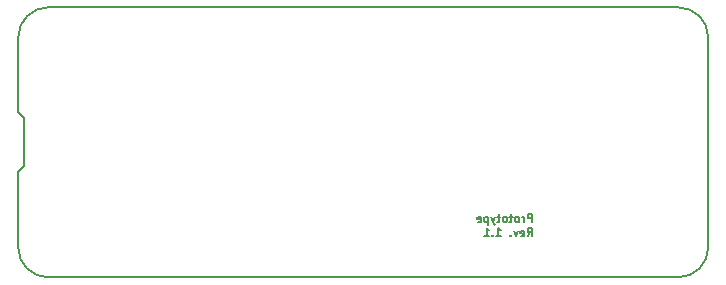
<source format=gbr>
G04 #@! TF.GenerationSoftware,KiCad,Pcbnew,5.1.5+dfsg1-2~bpo10+1*
G04 #@! TF.CreationDate,2020-03-27T19:59:47+01:00*
G04 #@! TF.ProjectId,quick-feather-board,71756963-6b2d-4666-9561-746865722d62,rev?*
G04 #@! TF.SameCoordinates,Original*
G04 #@! TF.FileFunction,Legend,Bot*
G04 #@! TF.FilePolarity,Positive*
%FSLAX46Y46*%
G04 Gerber Fmt 4.6, Leading zero omitted, Abs format (unit mm)*
G04 Created by KiCad (PCBNEW 5.1.5+dfsg1-2~bpo10+1) date 2020-03-27 19:59:47*
%MOMM*%
%LPD*%
G04 APERTURE LIST*
%ADD10C,0.150000*%
G04 APERTURE END LIST*
D10*
X166627666Y-111759666D02*
X166627666Y-111059666D01*
X166361000Y-111059666D01*
X166294333Y-111093000D01*
X166261000Y-111126333D01*
X166227666Y-111193000D01*
X166227666Y-111293000D01*
X166261000Y-111359666D01*
X166294333Y-111393000D01*
X166361000Y-111426333D01*
X166627666Y-111426333D01*
X165927666Y-111759666D02*
X165927666Y-111293000D01*
X165927666Y-111426333D02*
X165894333Y-111359666D01*
X165861000Y-111326333D01*
X165794333Y-111293000D01*
X165727666Y-111293000D01*
X165394333Y-111759666D02*
X165461000Y-111726333D01*
X165494333Y-111693000D01*
X165527666Y-111626333D01*
X165527666Y-111426333D01*
X165494333Y-111359666D01*
X165461000Y-111326333D01*
X165394333Y-111293000D01*
X165294333Y-111293000D01*
X165227666Y-111326333D01*
X165194333Y-111359666D01*
X165161000Y-111426333D01*
X165161000Y-111626333D01*
X165194333Y-111693000D01*
X165227666Y-111726333D01*
X165294333Y-111759666D01*
X165394333Y-111759666D01*
X164961000Y-111293000D02*
X164694333Y-111293000D01*
X164861000Y-111059666D02*
X164861000Y-111659666D01*
X164827666Y-111726333D01*
X164761000Y-111759666D01*
X164694333Y-111759666D01*
X164361000Y-111759666D02*
X164427666Y-111726333D01*
X164461000Y-111693000D01*
X164494333Y-111626333D01*
X164494333Y-111426333D01*
X164461000Y-111359666D01*
X164427666Y-111326333D01*
X164361000Y-111293000D01*
X164261000Y-111293000D01*
X164194333Y-111326333D01*
X164161000Y-111359666D01*
X164127666Y-111426333D01*
X164127666Y-111626333D01*
X164161000Y-111693000D01*
X164194333Y-111726333D01*
X164261000Y-111759666D01*
X164361000Y-111759666D01*
X163927666Y-111293000D02*
X163661000Y-111293000D01*
X163827666Y-111059666D02*
X163827666Y-111659666D01*
X163794333Y-111726333D01*
X163727666Y-111759666D01*
X163661000Y-111759666D01*
X163494333Y-111293000D02*
X163327666Y-111759666D01*
X163161000Y-111293000D02*
X163327666Y-111759666D01*
X163394333Y-111926333D01*
X163427666Y-111959666D01*
X163494333Y-111993000D01*
X162894333Y-111293000D02*
X162894333Y-111993000D01*
X162894333Y-111326333D02*
X162827666Y-111293000D01*
X162694333Y-111293000D01*
X162627666Y-111326333D01*
X162594333Y-111359666D01*
X162561000Y-111426333D01*
X162561000Y-111626333D01*
X162594333Y-111693000D01*
X162627666Y-111726333D01*
X162694333Y-111759666D01*
X162827666Y-111759666D01*
X162894333Y-111726333D01*
X161994333Y-111726333D02*
X162061000Y-111759666D01*
X162194333Y-111759666D01*
X162261000Y-111726333D01*
X162294333Y-111659666D01*
X162294333Y-111393000D01*
X162261000Y-111326333D01*
X162194333Y-111293000D01*
X162061000Y-111293000D01*
X161994333Y-111326333D01*
X161961000Y-111393000D01*
X161961000Y-111459666D01*
X162294333Y-111526333D01*
X166227666Y-112959666D02*
X166461000Y-112626333D01*
X166627666Y-112959666D02*
X166627666Y-112259666D01*
X166361000Y-112259666D01*
X166294333Y-112293000D01*
X166261000Y-112326333D01*
X166227666Y-112393000D01*
X166227666Y-112493000D01*
X166261000Y-112559666D01*
X166294333Y-112593000D01*
X166361000Y-112626333D01*
X166627666Y-112626333D01*
X165661000Y-112926333D02*
X165727666Y-112959666D01*
X165861000Y-112959666D01*
X165927666Y-112926333D01*
X165961000Y-112859666D01*
X165961000Y-112593000D01*
X165927666Y-112526333D01*
X165861000Y-112493000D01*
X165727666Y-112493000D01*
X165661000Y-112526333D01*
X165627666Y-112593000D01*
X165627666Y-112659666D01*
X165961000Y-112726333D01*
X165394333Y-112493000D02*
X165227666Y-112959666D01*
X165061000Y-112493000D01*
X164794333Y-112893000D02*
X164761000Y-112926333D01*
X164794333Y-112959666D01*
X164827666Y-112926333D01*
X164794333Y-112893000D01*
X164794333Y-112959666D01*
X163561000Y-112959666D02*
X163961000Y-112959666D01*
X163761000Y-112959666D02*
X163761000Y-112259666D01*
X163827666Y-112359666D01*
X163894333Y-112426333D01*
X163961000Y-112459666D01*
X163261000Y-112893000D02*
X163227666Y-112926333D01*
X163261000Y-112959666D01*
X163294333Y-112926333D01*
X163261000Y-112893000D01*
X163261000Y-112959666D01*
X162561000Y-112959666D02*
X162961000Y-112959666D01*
X162761000Y-112959666D02*
X162761000Y-112259666D01*
X162827666Y-112359666D01*
X162894333Y-112426333D01*
X162961000Y-112459666D01*
X123101100Y-102463600D02*
X123609100Y-102971600D01*
X123609100Y-102971600D02*
X123609100Y-107035600D01*
X123609100Y-107035600D02*
X123101100Y-107543600D01*
X178981100Y-93573600D02*
G75*
G02X181521100Y-96113600I0J-2540000D01*
G01*
X181521100Y-113893600D02*
G75*
G02X178981100Y-116433600I-2540000J0D01*
G01*
X125641100Y-116433600D02*
X178981100Y-116433600D01*
X181521100Y-113893600D02*
X181521100Y-96113600D01*
X178981100Y-93573600D02*
X125641100Y-93573600D01*
X123101100Y-96113600D02*
G75*
G02X125641100Y-93573600I2540000J0D01*
G01*
X123101100Y-96113600D02*
X123101100Y-102463600D01*
X123101100Y-107543600D02*
X123101100Y-113893600D01*
X125641100Y-116433600D02*
G75*
G02X123101100Y-113893600I0J2540000D01*
G01*
M02*

</source>
